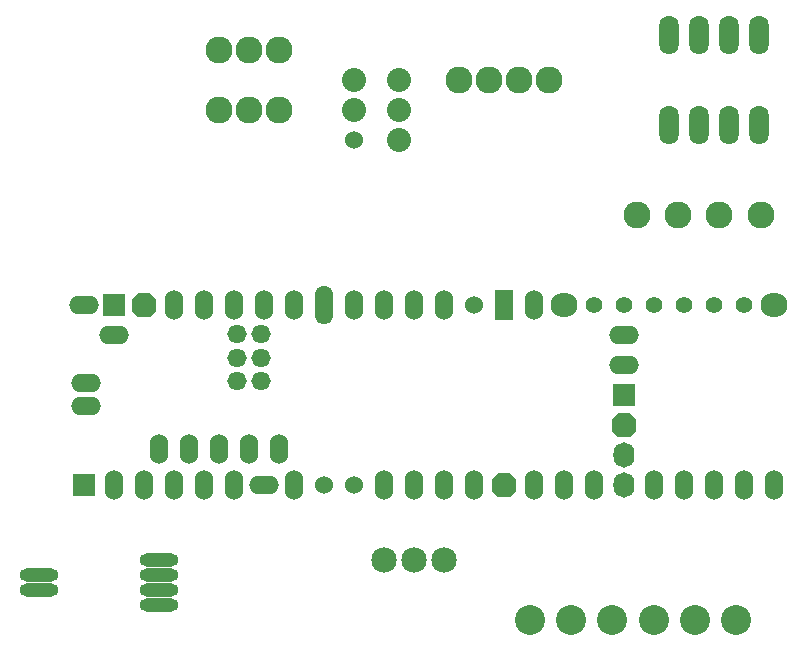
<source format=gbr>
%TF.GenerationSoftware,Altium Limited,Altium Designer,23.10.1 (27)*%
G04 Layer_Physical_Order=1*
G04 Layer_Color=255*
%FSLAX45Y45*%
%MOMM*%
%TF.SameCoordinates,0BB6306C-626D-4F4D-BD6E-158AEC5F1732*%
%TF.FilePolarity,Positive*%
%TF.FileFunction,Copper,L1,Top,Signal*%
%TF.Part,Single*%
G01*
G75*
%TA.AperFunction,ComponentPad*%
%ADD10C,1.52400*%
%ADD11R,1.52400X2.54000*%
%ADD12C,2.54000*%
%ADD13C,2.28600*%
%ADD14O,1.65100X1.52400*%
%ADD15O,2.54000X1.52400*%
%ADD16O,1.52400X2.54000*%
%ADD17O,2.28600X2.03200*%
%ADD18C,1.39700*%
%ADD19O,1.77800X2.15900*%
G04:AMPARAMS|DCode=20|XSize=2.032mm|YSize=2.032mm|CornerRadius=0mm|HoleSize=0mm|Usage=FLASHONLY|Rotation=90.000|XOffset=0mm|YOffset=0mm|HoleType=Round|Shape=Octagon|*
%AMOCTAGOND20*
4,1,8,0.50800,1.01600,-0.50800,1.01600,-1.01600,0.50800,-1.01600,-0.50800,-0.50800,-1.01600,0.50800,-1.01600,1.01600,-0.50800,1.01600,0.50800,0.50800,1.01600,0.0*
%
%ADD20OCTAGOND20*%

%ADD21O,1.52400X3.30200*%
%ADD22O,2.54000X1.52400*%
%ADD23R,1.90500X1.90500*%
%ADD24R,1.90500X1.90500*%
%ADD25O,1.65100X3.30200*%
%ADD26C,2.03200*%
%ADD27C,2.15900*%
%ADD28O,3.30200X1.10795*%
D10*
X5842000Y3556000D02*
D03*
X6096000D02*
D03*
X7112000Y5080000D02*
D03*
X6096000Y6477000D02*
D03*
D11*
X7366000Y5080000D02*
D03*
D12*
X9335999Y2413000D02*
D03*
X7585989D02*
D03*
X7936001D02*
D03*
X8285988D02*
D03*
X8636000D02*
D03*
X8985987D02*
D03*
D13*
X5461000Y6731000D02*
D03*
X5207000D02*
D03*
X4953000D02*
D03*
X5461000Y7239000D02*
D03*
X5207000D02*
D03*
X4953000D02*
D03*
X7747000Y6985000D02*
D03*
X7493000D02*
D03*
X7239000D02*
D03*
X6985000D02*
D03*
X8492007Y5842000D02*
D03*
X8841994D02*
D03*
X9192006D02*
D03*
X9541993D02*
D03*
D14*
X5307000Y4429989D02*
D03*
Y4629988D02*
D03*
Y4829988D02*
D03*
X5107000Y4429989D02*
D03*
Y4629988D02*
D03*
Y4829988D02*
D03*
D15*
X3833012Y4218000D02*
D03*
Y4418000D02*
D03*
X5334000Y3556000D02*
D03*
X8382000Y4826000D02*
D03*
Y4572000D02*
D03*
X3810000Y5080000D02*
D03*
D16*
X7620000Y3556000D02*
D03*
X5461000Y3855999D02*
D03*
X5207000D02*
D03*
X4953000D02*
D03*
X4699000D02*
D03*
X4445000D02*
D03*
X7620000Y5080000D02*
D03*
X9652000Y3556000D02*
D03*
X9398000D02*
D03*
X9144000D02*
D03*
X8890000D02*
D03*
X8636000D02*
D03*
X8128000D02*
D03*
X7874000D02*
D03*
X4572000Y5080000D02*
D03*
X4826000D02*
D03*
X5080000D02*
D03*
X5334000D02*
D03*
X5588000D02*
D03*
X6096000D02*
D03*
X6350000D02*
D03*
X6604000D02*
D03*
X6858000D02*
D03*
Y3556000D02*
D03*
X6604000D02*
D03*
X6350000D02*
D03*
X5588000D02*
D03*
X5080000D02*
D03*
X4826000D02*
D03*
X4572000D02*
D03*
X4318000D02*
D03*
X4064000D02*
D03*
X7112000D02*
D03*
D17*
X9652000Y5080000D02*
D03*
X7874000D02*
D03*
D18*
X9398000D02*
D03*
X9144000D02*
D03*
X8890000D02*
D03*
X8636000D02*
D03*
X8382000D02*
D03*
X8128000D02*
D03*
D19*
X8382000Y3556000D02*
D03*
Y3810000D02*
D03*
D20*
X7366000Y3556000D02*
D03*
X8382000Y4064000D02*
D03*
X4318000Y5080000D02*
D03*
D21*
X5842000D02*
D03*
D22*
X4064000Y4826000D02*
D03*
D23*
Y5080000D02*
D03*
D24*
X8382000Y4318000D02*
D03*
X3810000Y3556000D02*
D03*
D25*
X9525000Y7366000D02*
D03*
X9271000D02*
D03*
X9525000Y6604000D02*
D03*
X9271000D02*
D03*
X8763000Y7366000D02*
D03*
X9017000D02*
D03*
Y6604000D02*
D03*
X8763000D02*
D03*
D26*
X6096000Y6731000D02*
D03*
Y6985000D02*
D03*
X6477000Y6477000D02*
D03*
Y6731000D02*
D03*
Y6985000D02*
D03*
D27*
X6858000Y2921000D02*
D03*
X6604000D02*
D03*
X6350000D02*
D03*
D28*
X4445000D02*
D03*
Y2794000D02*
D03*
Y2667000D02*
D03*
Y2540000D02*
D03*
X3429000Y2794000D02*
D03*
Y2667000D02*
D03*
%TF.MD5,8a764c0b0b6a96894a9d641a9fce1c7e*%
M02*

</source>
